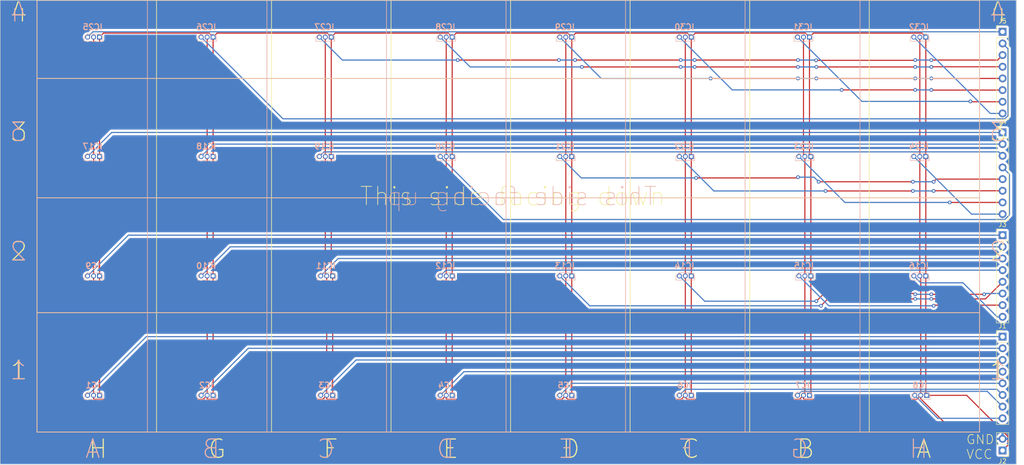
<source format=kicad_pcb>
(kicad_pcb (version 20221018) (generator pcbnew)
  (title_block (title "Chessboard half 1-4 linear hall adaper") (date "2023-09-18") (comment 1 "PCB for chessboard PCB for ranks 1 through 4"))
  (layers (0 "F.Cu" signal) (31 "B.Cu" signal) (34 "B.Paste" user) (35 "F.Paste" user) (36 "B.SilkS" user "B.Silkscreen") (37 "F.SilkS" user "F.Silkscreen") (38 "B.Mask" user) (39 "F.Mask" user) (44 "Edge.Cuts" user))
  (net 0 "")
  (net 1 "VCC")
  (net 2 "GND")
  (net 3 "Net-(IC1-O)")
  (net 4 "Net-(IC2-O)")
  (net 5 "Net-(IC3-O)")
  (net 6 "Net-(IC4-O)")
  (net 7 "Net-(IC5-O)")
  (net 8 "Net-(IC6-O)")
  (net 9 "Net-(IC7-O)")
  (net 10 "Net-(IC8-O)")
  (net 11 "Net-(IC9-O)")
  (net 12 "Net-(IC10-O)")
  (net 13 "Net-(IC11-O)")
  (net 14 "Net-(IC12-O)")
  (net 15 "Net-(IC13-O)")
  (net 16 "Net-(IC14-O)")
  (net 17 "Net-(IC15-O)")
  (net 18 "Net-(IC16-O)")
  (net 19 "Net-(IC17-O)")
  (net 20 "Net-(IC18-O)")
  (net 21 "Net-(IC19-O)")
  (net 22 "Net-(IC20-O)")
  (net 23 "Net-(IC21-O)")
  (net 24 "Net-(IC22-O)")
  (net 25 "Net-(IC23-O)")
  (net 26 "Net-(IC24-O)")
  (net 27 "Net-(IC25-O)")
  (net 28 "Net-(IC26-O)")
  (net 29 "Net-(IC27-O)")
  (net 30 "Net-(IC28-O)")
  (net 31 "Net-(IC29-O)")
  (net 32 "Net-(IC30-O)")
  (net 33 "Net-(IC31-O)")
  (net 34 "Net-(IC32-O)")
  (footprint "Connector_PinHeader_2.54mm:PinHeader_1x08_P2.54mm_Vertical" (layer "F.Cu") (at 238 48.76)
    (fp_text reference "J4")
    (fp_text value "Conn_01x08")
  )
  (footprint "Connector_PinHeader_2.54mm:PinHeader_1x08_P2.54mm_Vertical" (layer "F.Cu") (at 238 26.84)
    (fp_text reference "J5")
    (fp_text value "Conn_01x08")
  )
  (footprint "Connector_PinHeader_2.54mm:PinHeader_1x08_P2.54mm_Vertical" (layer "F.Cu") (at 238 71.125)
    (fp_text reference "J3")
    (fp_text value "Conn_01x08")
  )
  (footprint "Connector_PinHeader_2.54mm:PinHeader_1x08_P2.54mm_Vertical" (layer "F.Cu") (at 238 93.22)
    (fp_text reference "J1")
    (fp_text value "Conn_01x08")
  )
  (footprint "Connector_PinHeader_2.54mm:PinHeader_1x02_P2.54mm_Vertical" (layer "F.Cu") (at 238 118 180)
    (fp_text reference "J2")
    (fp_text value "Conn_01x02")
  )
  (footprint "SamacSys_Parts:TO130P160X410X300-3P" (layer "B.Cu") (at 66.3 54 180)
    (fp_text reference "IC18")
    (fp_text value "SS49E" hide)
  )
  (footprint "SamacSys_Parts:TO130P160X410X300-3P" (layer "B.Cu") (at 41.6 54 180)
    (fp_text reference "IC17")
    (fp_text value "SS49E" hide)
  )
  (footprint "SamacSys_Parts:TO130P160X410X300-3P" (layer "B.Cu") (at 66.3 80 180)
    (fp_text reference "IC10")
    (fp_text value "SS49E" hide)
  )
  (footprint "SamacSys_Parts:TO130P160X410X300-3P" (layer "B.Cu") (at 41.6 106 180)
    (fp_text reference "IC1")
    (fp_text value "SS49E" hide)
  )
  (footprint "SamacSys_Parts:TO130P160X410X300-3P" (layer "B.Cu") (at 221.5 106 180)
    (fp_text reference "IC8")
    (fp_text value "SS49E" hide)
  )
  (footprint "SamacSys_Parts:TO130P160X410X300-3P" (layer "B.Cu") (at 170.3 28 180)
    (fp_text reference "IC30")
    (fp_text value "SS49E" hide)
  )
  (footprint "SamacSys_Parts:TO130P160X410X300-3P" (layer "B.Cu") (at 170.3 54 180)
    (fp_text reference "IC22")
    (fp_text value "SS49E" hide)
  )
  (footprint "SamacSys_Parts:TO130P160X410X300-3P" (layer "B.Cu") (at 92.3 80 180)
    (fp_text reference "IC11")
    (fp_text value "SS49E" hide)
  )
  (footprint "SamacSys_Parts:TO130P160X410X300-3P" (layer "B.Cu") (at 170.3 80 180)
    (fp_text reference "IC14")
    (fp_text value "SS49E" hide)
  )
  (footprint "SamacSys_Parts:TO130P160X410X300-3P" (layer "B.Cu") (at 196.3 54 180)
    (fp_text reference "IC23")
    (fp_text value "SS49E" hide)
  )
  (footprint "SamacSys_Parts:TO130P160X410X300-3P" (layer "B.Cu") (at 118.3 80 180)
    (fp_text reference "IC12")
    (fp_text value "SS49E" hide)
  )
  (footprint "SamacSys_Parts:TO130P160X410X300-3P" (layer "B.Cu") (at 144.3 106 180)
    (fp_text reference "IC5")
    (fp_text value "SS49E" hide)
  )
  (footprint "SamacSys_Parts:TO130P160X410X300-3P" (layer "B.Cu") (at 66.3 28 180)
    (fp_text reference "IC26")
    (fp_text value "SS49E" hide)
  )
  (footprint "SamacSys_Parts:TO130P160X410X300-3P" (layer "B.Cu") (at 92 54 180)
    (fp_text reference "IC19")
    (fp_text value "SS49E" hide)
  )
  (footprint "SamacSys_Parts:TO130P160X410X300-3P" (layer "B.Cu") (at 144.3 80 180)
    (fp_text reference "IC13")
    (fp_text value "SS49E" hide)
  )
  (footprint "SamacSys_Parts:TO130P160X410X300-3P" (layer "B.Cu") (at 196 28 180)
    (fp_text reference "IC31")
    (fp_text value "SS49E" hide)
  )
  (footprint "SamacSys_Parts:TO130P160X410X300-3P" (layer "B.Cu") (at 118.3 54 180)
    (fp_text reference "IC20")
    (fp_text value "SS49E" hide)
  )
  (footprint "SamacSys_Parts:TO130P160X410X300-3P" (layer "B.Cu") (at 221.3 28 180)
    (fp_text reference "IC32")
    (fp_text value "SS49E" hide)
  )
  (footprint "SamacSys_Parts:TO130P160X410X300-3P" (layer "B.Cu") (at 118.3 28 180)
    (fp_text reference "IC28")
    (fp_text value "SS49E" hide)
  )
  (footprint "SamacSys_Parts:TO130P160X410X300-3P" (layer "B.Cu") (at 41.6 80 180)
    (fp_text reference "IC9")
    (fp_text value "SS49E" hide)
  )
  (footprint "SamacSys_Parts:TO130P160X410X300-3P" (layer "B.Cu") (at 92 28 180)
    (fp_text reference "IC27")
    (fp_text value "SS49E" hide)
  )
  (footprint "SamacSys_Parts:TO130P160X410X300-3P" (layer "B.Cu") (at 221.3 54 180)
    (fp_text reference "IC24")
    (fp_text value "SS49E" hide)
  )
  (footprint "SamacSys_Parts:TO130P160X410X300-3P" (layer "B.Cu") (at 221.3 80 180)
    (fp_text reference "IC16")
    (fp_text value "SS49E" hide)
  )
  (footprint "SamacSys_Parts:TO130P160X410X300-3P" (layer "B.Cu") (at 196 106 180)
    (fp_text reference "IC7")
    (fp_text value "SS49E" hide)
  )
  (footprint "SamacSys_Parts:TO130P160X410X300-3P" (layer "B.Cu") (at 144.3 28 180)
    (fp_text reference "IC29")
    (fp_text value "SS49E" hide)
  )
  (footprint "SamacSys_Parts:TO130P160X410X300-3P" (layer "B.Cu") (at 92.3 106 180)
    (fp_text reference "IC3")
    (fp_text value "SS49E" hide)
  )
  (footprint "SamacSys_Parts:TO130P160X410X300-3P" (layer "B.Cu") (at 144.3 54 180)
    (fp_text reference "IC21")
    (fp_text value "SS49E" hide)
  )
  (footprint "SamacSys_Parts:TO130P160X410X300-3P" (layer "B.Cu") (at 41.6 28 180)
    (fp_text reference "IC25")
    (fp_text value "SS49E" hide)
  )
  (footprint "SamacSys_Parts:TO130P160X410X300-3P" (layer "B.Cu") (at 170.3 106 180)
    (fp_text reference "IC6")
    (fp_text value "SS49E" hide)
  )
  (footprint "SamacSys_Parts:TO130P160X410X300-3P" (layer "B.Cu") (at 196.3 80 180)
    (fp_text reference "IC15")
    (fp_text value "SS49E" hide)
  )
  (footprint "SamacSys_Parts:TO130P160X410X300-3P" (layer "B.Cu") (at 118.3 106 180)
    (fp_text reference "IC4")
    (fp_text value "SS49E" hide)
  )
  (footprint "SamacSys_Parts:TO130P160X410X300-3P" (layer "B.Cu") (at 66.3 106 180)
    (fp_text reference "IC2")
    (fp_text value "SS49E" hide)
  )
  (gr_rect (start 28 114) (end 233 20) (stroke (width 0.15)) (fill none) (layer "B.SilkS"))
  (gr_line (start 182 114) (end 182 20) (stroke (width 0.15)) (layer "B.SilkS"))
  (gr_line (start 28 63) (end 233 63) (stroke (width 0.15)) (layer "B.SilkS"))
  (gr_line (start 104 114) (end 104 20) (stroke (width 0.15)) (layer "B.SilkS"))
  (gr_line (start 156 114) (end 156 20) (stroke (width 0.15)) (layer "B.SilkS"))
  (gr_line (start 52 114) (end 52 20) (stroke (width 0.15)) (layer "B.SilkS"))
  (gr_line (start 233 37) (end 28 37) (stroke (width 0.15)) (layer "B.SilkS"))
  (gr_line (start 130 114) (end 130 20) (stroke (width 0.15)) (layer "B.SilkS"))
  (gr_line (start 28 88) (end 233 88) (stroke (width 0.15)) (layer "B.SilkS"))
  (gr_line (start 78 114) (end 78 20) (stroke (width 0.15)) (layer "B.SilkS"))
  (gr_line (start 207 114) (end 207 20) (stroke (width 0.15)) (layer "B.SilkS"))
  (gr_line (start 28 88) (end 233 88) (stroke (width 0.15)) (layer "F.SilkS"))
  (gr_line (start 209 20) (end 209 114) (stroke (width 0.15)) (layer "F.SilkS"))
  (gr_line (start 28 63) (end 233 63) (stroke (width 0.15)) (layer "F.SilkS"))
  (gr_line (start 54 20) (end 54 114) (stroke (width 0.15)) (layer "F.SilkS"))
  (gr_line (start 79 20) (end 79 114) (stroke (width 0.15)) (layer "F.SilkS"))
  (gr_line (start 183 20) (end 183 114) (stroke (width 0.15)) (layer "F.SilkS"))
  (gr_line (start 131 20) (end 131 114) (stroke (width 0.15)) (layer "F.SilkS"))
  (gr_line (start 233 37) (end 28 37) (stroke (width 0.15)) (layer "F.SilkS"))
  (gr_line (start 105 20) (end 105 114) (stroke (width 0.15)) (layer "F.SilkS"))
  (gr_line (start 157 20) (end 157 114) (stroke (width 0.15)) (layer "F.SilkS"))
  (gr_rect (start 28 20) (end 233 114) (stroke (width 0.15)) (fill none) (layer "F.SilkS"))
  (gr_rect (start 20 121) (end 241 20) (stroke (width 0.1)) (fill none) (layer "Edge.Cuts"))
  (gr_text "G" (at 196 120) (layer "B.SilkS") (effects (font (size 4 4) (thickness 0.25)) (justify left bottom mirror)))
  (gr_text "This side facing up" (at 163 65) (layer "B.SilkS") (effects (font (size 4 4)) (justify left bottom mirror)))
  (gr_text "E" (at 145 120) (layer "B.SilkS") (effects (font (size 4 4) (thickness 0.25)) (justify left bottom mirror)))
  (gr_text "3" (at 239 51) (layer "B.SilkS") (effects (font (size 4 4) (thickness 0.25)) (justify left bottom mirror)))
  (gr_text "A" (at 42 120) (layer "B.SilkS") (effects (font (size 4 4) (thickness 0.25)) (justify left bottom mirror)))
  (gr_text "H" (at 222 120) (layer "B.SilkS") (effects (font (size 4 4) (thickness 0.25)) (justify left bottom mirror)))
  (gr_text "B" (at 68 120) (layer "B.SilkS") (effects (font (size 4 4) (thickness 0.25)) (justify left bottom mirror)))
  (gr_text "2" (at 239 77) (layer "B.SilkS") (effects (font (size 4 4) (thickness 0.25)) (justify left bottom mirror)))
  (gr_text "D" (at 119 120) (layer "B.SilkS") (effects (font (size 4 4) (thickness 0.25)) (justify left bottom mirror)))
  (gr_text "F" (at 171 120) (layer "B.SilkS") (effects (font (size 4 4) (thickness 0.25)) (justify left bottom mirror)))
  (gr_text "C" (at 93 120) (layer "B.SilkS") (effects (font (size 4 4) (thickness 0.25)) (justify left bottom mirror)))
  (gr_text "2" (at 26 77) (layer "B.SilkS") (effects (font (size 4 4) (thickness 0.25)) (justify left bottom mirror)))
  (gr_text "1" (at 239 102.87) (layer "B.SilkS") (effects (font (size 4 4) (thickness 0.25)) (justify left bottom mirror)))
  (gr_text "1" (at 26 102.87) (layer "B.SilkS") (effects (font (size 4 4) (thickness 0.25)) (justify left bottom mirror)))
  (gr_text "3" (at 26 51) (layer "B.SilkS") (effects (font (size 4 4) (thickness 0.25)) (justify left bottom mirror)))
  (gr_text "4" (at 26 25) (layer "B.SilkS") (effects (font (size 4 4) (thickness 0.25)) (justify left bottom mirror)))
  (gr_text "4" (at 239 25) (layer "B.SilkS") (effects (font (size 4 4) (thickness 0.25)) (justify left bottom mirror)))
  (gr_text "GND\nVCC" (at 230 120) (layer "F.SilkS") (effects (font (size 2 2)) (justify left bottom)))
  (gr_text "H" (at 39 120) (layer "F.SilkS") (effects (font (size 4 4) (thickness 0.25)) (justify left bottom)))
  (gr_text "3" (at 235 51) (layer "F.SilkS") (effects (font (size 4 4) (thickness 0.25)) (justify left bottom)))
  (gr_text "D" (at 142 120) (layer "F.SilkS") (effects (font (size 4 4) (thickness 0.25)) (justify left bottom)))
  (gr_text "1" (at 235 102.87) (layer "F.SilkS") (effects (font (size 4 4) (thickness 0.25)) (justify left bottom)))
  (gr_text "4" (at 235 25) (layer "F.SilkS") (effects (font (size 4 4) (thickness 0.25)) (justify left bottom)))
  (gr_text "2" (at 22 77) (layer "F.SilkS") (effects (font (size 4 4) (thickness 0.25)) (justify left bottom)))
  (gr_text "2" (at 235 77) (layer "F.SilkS") (effects (font (size 4 4) (thickness 0.25)) (justify left bottom)))
  (gr_text "4" (at 22 25) (layer "F.SilkS") (effects (font (size 4 4) (thickness 0.25)) (justify left bottom)))
  (gr_text "F" (at 90 120) (layer "F.SilkS") (effects (font (size 4 4) (thickness 0.25)) (justify left bottom)))
  (gr_text "3" (at 22 51) (layer "F.SilkS") (effects (font (size 4 4) (thickness 0.25)) (justify left bottom)))
  (gr_text "1" (at 22 102.87) (layer "F.SilkS") (effects (font (size 4 4) (thickness 0.25)) (justify left bottom)))
  (gr_text "This side facing down" (at 98 65) (layer "F.SilkS") (effects (font (size 4 4)) (justify left bottom)))
  (gr_text "G" (at 65 120) (layer "F.SilkS") (effects (font (size 4 4) (thickness 0.25)) (justify left bottom)))
  (gr_text "B" (at 193 120) (layer "F.SilkS") (effects (font (size 4 4) (thickness 0.25)) (justify left bottom)))
  (gr_text "E" (at 116 120) (layer "F.SilkS") (effects (font (size 4 4) (thickness 0.25)) (justify left bottom)))
  (gr_text "C" (at 168 120) (layer "F.SilkS") (effects (font (size 4 4) (thickness 0.25)) (justify left bottom)))
  (gr_text "A" (at 219 120) (layer "F.SilkS") (effects (font (size 4 4) (thickness 0.25)) (justify left bottom)))
  (segment (start 67.165 27.135) (end 66.3 28) (width 0.25) (layer "F.Cu") (net 1))
  (segment (start 92 54) (end 92 79.7) (width 0.25) (layer "F.Cu") (net 1))
  (segment (start 42.465 27.135) (end 41.6 28) (width 0.25) (layer "F.Cu") (net 1))
  (segment (start 118.3 28) (end 117.435 27.135) (width 0.25) (layer "F.Cu") (net 1))
  (segment (start 170.3 28) (end 169.435 27.135) (width 0.25) (layer "F.Cu") (net 1))
  (segment (start 230.201701 106) (end 239.175 114.973299) (width 0.25) (layer "F.Cu") (net 1))
  (segment (start 144.3 106) (end 144.3 80) (width 0.25) (layer "F.Cu") (net 1))
  (segment (start 143.435 27.135) (end 119.165 27.135) (width 0.25) (layer "F.Cu") (net 1))
  (segment (start 66.3 80) (end 66.3 106) (width 0.25) (layer "F.Cu") (net 1))
  (segment (start 118.3 80) (end 118.3 106) (width 0.25) (layer "F.Cu") (net 1))
  (segment (start 92 28) (end 91.135 27.135) (width 0.25) (layer "F.Cu") (net 1))
  (segment (start 220.435 27.135) (end 196.865 27.135) (width 0.25) (layer "F.Cu") (net 1))
  (segment (start 196 28) (end 195.135 27.135) (width 0.25) (layer "F.Cu") (net 1))
  (segment (start 221.3 80) (end 221.3 105.8) (width 0.25) (layer "F.Cu") (net 1))
  (segment (start 41.6 54) (end 41.6 28) (width 0.25) (layer "F.Cu") (net 1))
  (segment (start 41.6 106) (end 41.6 80) (width 0.25) (layer "F.Cu") (net 1))
  (segment (start 66.3 28) (end 66.3 54) (width 0.25) (layer "F.Cu") (net 1))
  (segment (start 196 53.7) (end 196.3 54) (width 0.25) (layer "F.Cu") (net 1))
  (segment (start 119.165 27.135) (end 118.3 28) (width 0.25) (layer "F.Cu") (net 1))
  (segment (start 92 28) (end 92 54) (width 0.25) (layer "F.Cu") (net 1))
  (segment (start 171.165 27.135) (end 170.3 28) (width 0.25) (layer "F.Cu") (net 1))
  (segment (start 170.3 28) (end 170.3 54) (width 0.25) (layer "F.Cu") (net 1))
  (segment (start 221.3 28) (end 220.435 27.135) (width 0.25) (layer "F.Cu") (net 1))
  (segment (start 196.3 80) (end 196.3 105.7) (width 0.25) (layer "F.Cu") (net 1))
  (segment (start 239.175 114.973299) (end 239.175 116.825) (width 0.25) (layer "F.Cu") (net 1))
  (segment (start 170.3 54) (end 170.3 80) (width 0.25) (layer "F.Cu") (net 1))
  (segment (start 195.135 27.135) (end 171.165 27.135) (width 0.25) (layer "F.Cu") (net 1))
  (segment (start 196.3 80) (end 196.3 54) (width 0.25) (layer "F.Cu") (net 1))
  (segment (start 221.3 105.7) (end 221.6 106) (width 0.25) (layer "F.Cu") (net 1))
  (segment (start 118.3 54) (end 118.3 80) (width 0.25) (layer "F.Cu") (net 1))
  (segment (start 144.3 28) (end 143.435 27.135) (width 0.25) (layer "F.Cu") (net 1))
  (segment (start 196.3 105.7) (end 196 106) (width 0.25) (layer "F.Cu") (net 1))
  (segment (start 239.175 116.825) (end 238 118) (width 0.25) (layer "F.Cu") (net 1))
  (segment (start 118.3 54) (end 118.3 28) (width 0.25) (layer "F.Cu") (net 1))
  (segment (start 145.165 27.135) (end 144.3 28) (width 0.25) (layer "F.Cu") (net 1))
  (segment (start 92.3 106) (end 92.3 80) (width 0.25) (layer "F.Cu") (net 1))
  (segment (start 91.135 27.135) (end 67.165 27.135) (width 0.25) (layer "F.Cu") (net 1))
  (segment (start 117.435 27.135) (end 92.865 27.135) (width 0.25) (layer "F.Cu") (net 1))
  (segment (start 144.3 28) (end 144.3 54) (width 0.25) (layer "F.Cu") (net 1))
  (segment (start 144.3 80) (end 144.3 54) (width 0.25) (layer "F.Cu") (net 1))
  (segment (start 221.3 28) (end 221.3 54) (width 0.25) (layer "F.Cu") (net 1))
  (segment (start 196.865 27.135) (end 196 28) (width 0.25) (layer "F.Cu") (net 1))
  (segment (start 41.6 80) (end 41.6 54) (width 0.25) (layer "F.Cu") (net 1))
  (segment (start 169.435 27.135) (end 145.165 27.135) (width 0.25) (layer "F.Cu") (net 1))
  (segment (start 170.3 80) (end 170.3 106) (width 0.25) (layer "F.Cu") (net 1))
  (segment (start 196 28) (end 196 53.7) (width 0.25) (layer "F.Cu") (net 1))
  (segment (start 221.3 105.8) (end 221.5 106) (width 0.25) (layer "F.Cu") (net 1))
  (segment (start 92 79.7) (end 92.3 80) (width 0.25) (layer "F.Cu") (net 1))
  (segment (start 221.3 54) (end 221.3 80) (width 0.25) (layer "F.Cu") (net 1))
  (segment (start 66.3 54) (end 66.3 80) (width 0.25) (layer "F.Cu") (net 1))
  (segment (start 221.5 106) (end 230.201701 106) (width 0.25) (layer "F.Cu") (net 1))
  (segment (start 66.3 28) (end 65.435 27.135) (width 0.25) (layer "F.Cu") (net 1))
  (segment (start 65.435 27.135) (end 42.465 27.135) (width 0.25) (layer "F.Cu") (net 1))
  (segment (start 92.865 27.135) (end 92 28) (width 0.25) (layer "F.Cu") (net 1))
  (segment (start 194.7 106.763675) (end 194.7 106) (width 0.25) (layer "F.Cu") (net 2))
  (segment (start 65 106) (end 65 80) (width 0.25) (layer "F.Cu") (net 2))
  (segment (start 40.3 54) (end 40.3 80) (width 0.25) (layer "F.Cu") (net 2))
  (segment (start 169 106) (end 168.135 106.865) (width 0.25) (layer "F.Cu") (net 2))
  (segment (start 40.3 28) (end 40.3 54) (width 0.25) (layer "F.Cu") (net 2))
  (segment (start 220.2 80.2) (end 220 80) (width 0.25) (layer "F.Cu") (net 2))
  (segment (start 220.2 106) (end 220.2 106.763675) (width 0.25) (layer "F.Cu") (net 2))
  (segment (start 65 80) (end 65 54) (width 0.25) (layer "F.Cu") (net 2))
  (segment (start 65.071705 106.865) (end 65 106.793295) (width 0.25) (layer "F.Cu") (net 2))
  (segment (start 194.7 28) (end 194.7 53.7) (width 0.25) (layer "F.Cu") (net 2))
  (segment (start 195 105.7) (end 194.7 106) (width 0.25) (layer "F.Cu") (net 2))
  (segment (start 195 54) (end 195 80) (width 0.25) (layer "F.Cu") (net 2))
  (segment (start 193.835 106.865) (end 169.43 106.865) (width 0.25) (layer "F.Cu") (net 2))
  (segment (start 117 54) (end 117 28) (width 0.25) (layer "F.Cu") (net 2))
  (segment (start 90.7 54) (end 90.7 79.7) (width 0.25) (layer "F.Cu") (net 2))
  (segment (start 220.2 106.763675) (end 228.896325 115.46) (width 0.25) (layer "F.Cu") (net 2))
  (segment (start 91.101325 106.865) (end 91 106.763675) (width 0.25) (layer "F.Cu") (net 2))
  (segment (start 220.2 106) (end 219.335 106.865) (width 0.25) (layer "F.Cu") (net 2))
  (segment (start 220 54) (end 220 80) (width 0.25) (layer "F.Cu") (net 2))
  (segment (start 64.135 106.865) (end 40.401325 106.865) (width 0.25) (layer "F.Cu") (net 2))
  (segment (start 142.135 106.865) (end 117.101325 106.865) (width 0.25) (layer "F.Cu") (net 2))
  (segment (start 65 54) (end 65 28) (width 0.25) (layer "F.Cu") (net 2))
  (segment (start 90.7 28) (end 90.7 54) (width 0.25) (layer "F.Cu") (net 2))
  (segment (start 143 106) (end 142.135 106.865) (width 0.25) (layer "F.Cu") (net 2))
  (segment (start 143.435 106.865) (end 143 106.43) (width 0.25) (layer "F.Cu") (net 2))
  (segment (start 65 106) (end 64.135 106.865) (width 0.25) (layer "F.Cu") (net 2))
  (segment (start 194.7 53.7) (end 195 54) (width 0.25) (layer "F.Cu") (net 2))
  (segment (start 91 106) (end 90.135 106.865) (width 0.25) (layer "F.Cu") (net 2))
  (segment (start 169 106.435) (end 169 106) (width 0.25) (layer "F.Cu") (net 2))
  (segment (start 228.896325 115.46) (end 238 115.46) (width 0.25) (layer "F.Cu") (net 2))
  (segment (start 117.101325 106.865) (end 117 106.763675) (width 0.25) (layer "F.Cu") (net 2))
  (segment (start 65 106.793295) (end 65 106) (width 0.25) (layer "F.Cu") (net 2))
  (segment (start 168.135 106.865) (end 143.435 106.865) (width 0.25) (layer "F.Cu") (net 2))
  (segment (start 169.43 106.865) (end 169 106.435) (width 0.25) (layer "F.Cu") (net 2))
  (segment (start 143 80) (end 143 106) (width 0.25) (layer "F.Cu") (net 2))
  (segment (start 40.401325 106.865) (end 40.3 106.763675) (width 0.25) (layer "F.Cu") (net 2))
  (segment (start 117 106) (end 117 80) (width 0.25) (layer "F.Cu") (net 2))
  (segment (start 90.135 106.865) (end 65.071705 106.865) (width 0.25) (layer "F.Cu") (net 2))
  (segment (start 220 54) (end 220 28) (width 0.25) (layer "F.Cu") (net 2))
  (segment (start 194.801325 106.865) (end 194.7 106.763675) (width 0.25) (layer "F.Cu") (net 2))
  (segment (start 169 54) (end 169 28) (width 0.25) (layer "F.Cu") (net 2))
  (segment (start 194.7 106) (end 193.835 106.865) (width 0.25) (layer "F.Cu") (net 2))
  (segment (start 116.135 106.865) (end 91.101325 106.865) (width 0.25) (layer "F.Cu") (net 2))
  (segment (start 91 106.763675) (end 91 106) (width 0.25) (layer "F.Cu") (net 2))
  (segment (start 169 80) (end 169 54) (width 0.25) (layer "F.Cu") (net 2))
  (segment (start 219.335 106.865) (end 194.801325 106.865) (width 0.25) (layer "F.Cu") (net 2))
  (segment (start 117 54) (end 117 80) (width 0.25) (layer "F.Cu") (net 2))
  (segment (start 91 80) (end 91 106) (width 0.25) (layer "F.Cu") (net 2))
  (segment (start 40.3 106.763675) (end 40.3 106) (width 0.25) (layer "F.Cu") (net 2))
  (segment (start 90.7 79.7) (end 91 80) (width 0.25) (layer "F.Cu") (net 2))
  (segment (start 40.3 80) (end 40.3 106) (width 0.25) (layer "F.Cu") (net 2))
  (segment (start 169 106) (end 169 80) (width 0.25) (layer "F.Cu") (net 2))
  (segment (start 117 106) (end 116.135 106.865) (width 0.25) (layer "F.Cu") (net 2))
  (segment (start 220.2 106) (end 220.2 80.2) (width 0.25) (layer "F.Cu") (net 2))
  (segment (start 143 106.43) (end 143 106) (width 0.25) (layer "F.Cu") (net 2))
  (segment (start 143 54) (end 143 80) (width 0.25) (layer "F.Cu") (net 2))
  (segment (start 143 28) (end 143 54) (width 0.25) (layer "F.Cu") (net 2))
  (segment (start 117 106.763675) (end 117 106) (width 0.25) (layer "F.Cu") (net 2))
  (segment (start 195 80) (end 195 105.7) (width 0.25) (layer "F.Cu") (net 2))
  (segment (start 238 93.22) (end 51.78 93.22) (width 0.25) (layer "B.Cu") (net 3))
  (segment (start 51.78 93.22) (end 39 106) (width 0.25) (layer "B.Cu") (net 3))
  (segment (start 73.94 95.76) (end 63.7 106) (width 0.25) (layer "B.Cu") (net 4))
  (segment (start 238 95.76) (end 73.94 95.76) (width 0.25) (layer "B.Cu") (net 4))
  (segment (start 97.4 98.3) (end 89.7 106) (width 0.25) (layer "B.Cu") (net 5))
  (segment (start 238 98.3) (end 97.4 98.3) (width 0.25) (layer "B.Cu") (net 5))
  (segment (start 238 100.84) (end 120.86 100.84) (width 0.25) (layer "B.Cu") (net 6))
  (segment (start 120.86 100.84) (end 115.7 106) (width 0.25) (layer "B.Cu") (net 6))
  (segment (start 144.32 103.38) (end 141.7 106) (width 0.25) (layer "B.Cu") (net 7))
  (segment (start 238 103.38) (end 144.32 103.38) (width 0.25) (layer "B.Cu") (net 7))
  (segment (start 236.765 104.685) (end 238 105.92) (width 0.25) (layer "B.Cu") (net 8))
  (segment (start 167.7 106) (end 169.015 104.685) (width 0.25) (layer "B.Cu") (net 8))
  (segment (start 169.015 104.685) (end 236.765 104.685) (width 0.25) (layer "B.Cu") (net 8))
  (segment (start 193.4 106) (end 194.265 105.135) (width 0.25) (layer "B.Cu") (net 9))
  (segment (start 194.265 105.135) (end 234.675 105.135) (width 0.25) (layer "B.Cu") (net 9))
  (segment (start 234.675 105.135) (end 238 108.46) (width 0.25) (layer "B.Cu") (net 9))
  (segment (start 218.9 106) (end 223.9 111) (width 0.25) (layer "B.Cu") (net 10))
  (segment (start 223.9 111) (end 238 111) (width 0.25) (layer "B.Cu") (net 10))
  (segment (start 238 71.125) (end 47.875 71.125) (width 0.25) (layer "B.Cu") (net 11))
  (segment (start 47.875 71.125) (end 39 80) (width 0.25) (layer "B.Cu") (net 11))
  (segment (start 70.035 73.665) (end 238 73.665) (width 0.25) (layer "B.Cu") (net 12))
  (segment (start 63.7 80) (end 70.035 73.665) (width 0.25) (layer "B.Cu") (net 12))
  (segment (start 93.495 76.205) (end 238 76.205) (width 0.25) (layer "B.Cu") (net 13))
  (segment (start 89.7 80) (end 93.495 76.205) (width 0.25) (layer "B.Cu") (net 13))
  (segment (start 115.7 80) (end 116.955 78.745) (width 0.25) (layer "B.Cu") (net 14))
  (segment (start 116.955 78.745) (end 238 78.745) (width 0.25) (layer "B.Cu") (net 14))
  (segment (start 200 85) (end 219 85) (width 0.25) (layer "F.Cu") (net 15))
  (segment (start 198.5 86.5) (end 200 85) (width 0.25) (layer "F.Cu") (net 15))
  (segment (start 222.5 85) (end 234.285 85) (width 0.25) (layer "F.Cu") (net 15))
  (segment (start 234.285 85) (end 238 81.285) (width 0.25) (layer "F.Cu") (net 15))
  (via (at 219 85) (size 0.8) (drill 0.4) (layers "F.Cu" "B.Cu") (net 15))
  (via (at 198.5 86.5) (size 0.8) (drill 0.4) (layers "F.Cu" "B.Cu") (net 15))
  (via (at 222.5 85) (size 0.8) (drill 0.4) (layers "F.Cu" "B.Cu") (net 15))
  (segment (start 141.7 80) (end 148.2 86.5) (width 0.25) (layer "B.Cu") (net 15))
  (segment (start 219 85) (end 222.5 85) (width 0.25) (layer "B.Cu") (net 15))
  (segment (start 148.2 86.5) (end 198.5 86.5) (width 0.25) (layer "B.Cu") (net 15))
  (segment (start 218.825 83.825) (end 219 84) (width 0.25) (layer "F.Cu") (net 16))
  (segment (start 199.175 83.825) (end 218.825 83.825) (width 0.25) (layer "F.Cu") (net 16))
  (segment (start 197.5 85.5) (end 199.175 83.825) (width 0.25) (layer "F.Cu") (net 16))
  (segment (start 222.5 84) (end 234 84) (width 0.25) (layer "F.Cu") (net 16))
  (via (at 222.5 84) (size 0.8) (drill 0.4) (layers "F.Cu" "B.Cu") (net 16))
  (via (at 234 84) (size 0.8) (drill 0.4) (layers "F.Cu" "B.Cu") (net 16))
  (via (at 197.5 85.5) (size 0.8) (drill 0.4) (layers "F.Cu" "B.Cu") (net 16))
  (via (at 219 84) (size 0.8) (drill 0.4) (layers "F.Cu" "B.Cu") (net 16))
  (segment (start 173.2 85.5) (end 197.5 85.5) (width 0.25) (layer "B.Cu") (net 16))
  (segment (start 234 84) (end 234.175 83.825) (width 0.25) (layer "B.Cu") (net 16))
  (segment (start 219 84) (end 222.5 84) (width 0.25) (layer "B.Cu") (net 16))
  (segment (start 167.7 80) (end 173.2 85.5) (width 0.25) (layer "B.Cu") (net 16))
  (segment (start 234.175 83.825) (end 238 83.825) (width 0.25) (layer "B.Cu") (net 16))
  (segment (start 223 86.5) (end 223.135 86.365) (width 0.25) (layer "F.Cu") (net 17))
  (segment (start 223.135 86.365) (end 238 86.365) (width 0.25) (layer "F.Cu") (net 17))
  (via (at 223 86.5) (size 0.8) (drill 0.4) (layers "F.Cu" "B.Cu") (net 17))
  (segment (start 200.2 86.5) (end 223 86.5) (width 0.25) (layer "B.Cu") (net 17))
  (segment (start 193.7 80) (end 200.2 86.5) (width 0.25) (layer "B.Cu") (net 17))
  (segment (start 229.392919 81.5) (end 236.797919 88.905) (width 0.25) (layer "B.Cu") (net 18))
  (segment (start 236.797919 88.905) (end 238 88.905) (width 0.25) (layer "B.Cu") (net 18))
  (segment (start 218.7 80) (end 220.2 81.5) (width 0.25) (layer "B.Cu") (net 18))
  (segment (start 220.2 81.5) (end 229.392919 81.5) (width 0.25) (layer "B.Cu") (net 18))
  (segment (start 39 54) (end 44.24 48.76) (width 0.25) (layer "B.Cu") (net 19))
  (segment (start 44.24 48.76) (end 238 48.76) (width 0.25) (layer "B.Cu") (net 19))
  (segment (start 63.7 54) (end 66.4 51.3) (width 0.25) (layer "B.Cu") (net 20))
  (segment (start 66.4 51.3) (end 238 51.3) (width 0.25) (layer "B.Cu") (net 20))
  (segment (start 90.41 52.99) (end 89.4 54) (width 0.25) (layer "B.Cu") (net 21))
  (segment (start 238 53.84) (end 237.15 52.99) (width 0.25) (layer "B.Cu") (net 21))
  (segment (start 237.15 52.99) (end 90.41 52.99) (width 0.25) (layer "B.Cu") (net 21))
  (segment (start 115.7 54) (end 129.415 67.715) (width 0.25) (layer "B.Cu") (net 22))
  (segment (start 239.5 66.701701) (end 239.5 57.88) (width 0.25) (layer "B.Cu") (net 22))
  (segment (start 239.5 57.88) (end 238 56.38) (width 0.25) (layer "B.Cu") (net 22))
  (segment (start 238.486701 67.715) (end 239.5 66.701701) (width 0.25) (layer "B.Cu") (net 22))
  (segment (start 129.415 67.715) (end 238.486701 67.715) (width 0.25) (layer "B.Cu") (net 22))
  (segment (start 171.337701 58.662299) (end 193.337701 58.662299) (width 0.25) (layer "F.Cu") (net 23))
  (segment (start 223.58 58.92) (end 238 58.92) (width 0.25) (layer "F.Cu") (net 23))
  (segment (start 193.337701 58.662299) (end 193.5 58.5) (width 0.25) (layer "F.Cu") (net 23))
  (segment (start 223 59.5) (end 223.58 58.92) (width 0.25) (layer "F.Cu") (net 23))
  (segment (start 198 59.5) (end 218.5 59.5) (width 0.25) (layer "F.Cu") (net 23))
  (via (at 223 59.5) (size 0.8) (drill 0.4) (layers "F.Cu" "B.Cu") (net 23))
  (via (at 198 59.5) (size 0.8) (drill 0.4) (layers "F.Cu" "B.Cu") (net 23))
  (via (at 193.5 58.5) (size 0.8) (drill 0.4) (layers "F.Cu" "B.Cu") (net 23))
  (via (at 171.337701 58.662299) (size 0.8) (drill 0.4) (layers "F.Cu" "B.Cu") (net 23))
  (via (at 218.5 59.5) (size 0.8) (drill 0.4) (layers "F.Cu" "B.Cu") (net 23))
  (segment (start 146.362299 58.662299) (end 171.337701 58.662299) (width 0.25) (layer "B.Cu") (net 23))
  (segment (start 193.5 58.5) (end 197 58.5) (width 0.25) (layer "B.Cu") (net 23))
  (segment (start 197 58.5) (end 198 59.5) (width 0.25) (layer "B.Cu") (net 23))
  (segment (start 218.5 59.5) (end 223 59.5) (width 0.25) (layer "B.Cu") (net 23))
  (segment (start 141.7 54) (end 146.362299 58.662299) (width 0.25) (layer "B.Cu") (net 23))
  (segment (start 223.04 61.46) (end 238 61.46) (width 0.25) (layer "F.Cu") (net 24))
  (segment (start 199.5 61.5) (end 218.5 61.5) (width 0.25) (layer "F.Cu") (net 24))
  (segment (start 223 61.5) (end 223.04 61.46) (width 0.25) (layer "F.Cu") (net 24))
  (via (at 199.5 61.5) (size 0.8) (drill 0.4) (layers "F.Cu" "B.Cu") (net 24))
  (via (at 223 61.5) (size 0.8) (drill 0.4) (layers "F.Cu" "B.Cu") (net 24))
  (via (at 218.5 61.5) (size 0.8) (drill 0.4) (layers "F.Cu" "B.Cu") (net 24))
  (segment (start 167.7 54) (end 175.2 61.5) (width 0.25) (layer "B.Cu") (net 24))
  (segment (start 175.2 61.5) (end 199.5 61.5) (width 0.25) (layer "B.Cu") (net 24))
  (segment (start 218.5 61.5) (end 223 61.5) (width 0.25) (layer "B.Cu") (net 24))
  (segment (start 226.5 64) (end 238 64) (width 0.25) (layer "F.Cu") (net 25))
  (via (at 226.5 64) (size 0.8) (drill 0.4) (layers "F.Cu" "B.Cu") (net 25))
  (segment (start 193.7 54) (end 203.7 64) (width 0.25) (layer "B.Cu") (net 25))
  (segment (start 203.7 64) (end 226.5 64) (width 0.25) (layer "B.Cu") (net 25))
  (segment (start 218.7 54) (end 231.24 66.54) (width 0.25) (layer "B.Cu") (net 26))
  (segment (start 231.24 66.54) (end 238 66.54) (width 0.25) (layer "B.Cu") (net 26))
  (segment (start 40.16 26.84) (end 238 26.84) (width 0.25) (layer "B.Cu") (net 27))
  (segment (start 39 28) (end 40.16 26.84) (width 0.25) (layer "B.Cu") (net 27))
  (segment (start 81.495 45.795) (end 63.7 28) (width 0.25) (layer "B.Cu") (net 28))
  (segment (start 239.175 30.555) (end 239.175 45.106701) (width 0.25) (layer "B.Cu") (net 28))
  (segment (start 239.175 45.106701) (end 238.486701 45.795) (width 0.25) (layer "B.Cu") (net 28))
  (segment (start 238.486701 45.795) (end 81.495 45.795) (width 0.25) (layer "B.Cu") (net 28))
  (segment (start 238 29.38) (end 239.175 30.555) (width 0.25) (layer "B.Cu") (net 28))
  (segment (start 119.5 33) (end 141.5 33) (width 0.25) (layer "F.Cu") (net 29))
  (segment (start 145.0245 33) (end 168 33) (width 0.25) (layer "F.Cu") (net 29))
  (segment (start 171.0245 33) (end 193.5 33) (width 0.25) (layer "F.Cu") (net 29))
  (segment (start 236.92 33) (end 238 31.92) (width 0.25) (layer "F.Cu") (net 29))
  (segment (start 197.437701 33.062299) (end 218.937701 33.062299) (width 0.25) (layer "F.Cu") (net 29))
  (segment (start 222.5 33) (end 236.92 33) (width 0.25) (layer "F.Cu") (net 29))
  (segment (start 218.937701 33.062299) (end 219 33) (width 0.25) (layer "F.Cu") (net 29))
  (via (at 219 33) (size 0.8) (drill 0.4) (layers "F.Cu" "B.Cu") (net 29))
  (via (at 171.0245 33) (size 0.8) (drill 0.4) (layers "F.Cu" "B.Cu") (net 29))
  (via (at 197.437701 33.062299) (size 0.8) (drill 0.4) (layers "F.Cu" "B.Cu") (net 29))
  (via (at 145.0245 33) (size 0.8) (drill 0.4) (layers "F.Cu" "B.Cu") (net 29))
  (via (at 141.5 33) (size 0.8) (drill 0.4) (layers "F.Cu" "B.Cu") (net 29))
  (via (at 168 33) (size 0.8) (drill 0.4) (layers "F.Cu" "B.Cu") (net 29))
  (via (at 222.5 33) (size 0.8) (drill 0.4) (layers "F.Cu" "B.Cu") (net 29))
  (via (at 193.5 33) (size 0.8) (drill 0.4) (layers "F.Cu" "B.Cu") (net 29))
  (via (at 119.5 33) (size 0.8) (drill 0.4) (layers "F.Cu" "B.Cu") (net 29))
  (segment (start 141.5 33) (end 145.0245 33) (width 0.25) (layer "B.Cu") (net 29))
  (segment (start 219 33) (end 222.5 33) (width 0.25) (layer "B.Cu") (net 29))
  (segment (start 193.5 33) (end 197.375402 33) (width 0.25) (layer "B.Cu") (net 29))
  (segment (start 197.375402 33) (end 197.437701 33.062299) (width 0.25) (layer "B.Cu") (net 29))
  (segment (start 168 33) (end 171.0245 33) (width 0.25) (layer "B.Cu") (net 29))
  (segment (start 89.4 28) (end 94.4 33) (width 0.25) (layer "B.Cu") (net 29))
  (segment (start 94.4 33) (end 119.5 33) (width 0.25) (layer "B.Cu") (net 29))
  (segment (start 222.54 34.46) (end 238 34.46) (width 0.25) (layer "F.Cu") (net 30))
  (segment (start 222.5 34.5) (end 222.54 34.46) (width 0.25) (layer "F.Cu") (net 30))
  (segment (start 197.5 34.5) (end 219 34.5) (width 0.25) (layer "F.Cu") (net 30))
  (segment (start 146.5 34.5) (end 168 34.5) (width 0.25) (layer "F.Cu") (net 30))
  (segment (start 171.0245 34.5) (end 193.5 34.5) (width 0.25) (layer "F.Cu") (net 30))
  (via (at 222.5 34.5) (size 0.8) (drill 0.4) (layers "F.Cu" "B.Cu") (net 30))
  (via (at 193.5 34.5) (size 0.8) (drill 0.4) (layers "F.Cu" "B.Cu") (net 30))
  (via (at 171.0245 34.5) (size 0.8) (drill 0.4) (layers "F.Cu" "B.Cu") (net 30))
  (via (at 168 34.5) (size 0.8) (drill 0.4) (layers "F.Cu" "B.Cu") (net 30))
  (via (at 219 34.5) (size 0.8) (drill 0.4) (layers "F.Cu" "B.Cu") (net 30))
  (via (at 146.5 34.5) (size 0.8) (drill 0.4) (layers "F.Cu" "B.Cu") (net 30))
  (via (at 197.5 34.5) (size 0.8) (drill 0.4) (layers "F.Cu" "B.Cu") (net 30))
  (segment (start 168 34.5) (end 171.0245 34.5) (width 0.25) (layer "B.Cu") (net 30))
  (segment (start 219 34.5) (end 222.5 34.5) (width 0.25) (layer "B.Cu") (net 30))
  (segment (start 115.7 28) (end 122.2 34.5) (width 0.25) (layer "B.Cu") (net 30))
  (segment (start 193.5 34.5) (end 197.5 34.5) (width 0.25) (layer "B.Cu") (net 30))
  (segment (start 122.2 34.5) (end 146.5 34.5) (width 0.25) (layer "B.Cu") (net 30))
  (segment (start 174.5 37) (end 193.5 37) (width 0.25) (layer "F.Cu") (net 31))
  (segment (start 222.5 37) (end 238 37) (width 0.25) (layer "F.Cu") (net 31))
  (segment (start 197.5 37) (end 219 37) (width 0.25) (layer "F.Cu") (net 31))
  (via (at 174.5 37) (size 0.8) (drill 0.4) (layers "F.Cu" "B.Cu") (net 31))
  (via (at 197.5 37) (size 0.8) (drill 0.4) (layers "F.Cu" "B.Cu") (net 31))
  (via (at 193.5 37) (size 0.8) (drill 0.4) (layers "F.Cu" "B.Cu") (net 31))
  (via (at 219 37) (size 0.8) (drill 0.4) (layers "F.Cu" "B.Cu") (net 31))
  (via (at 222.5 37) (size 0.8) (drill 0.4) (layers "F.Cu" "B.Cu") (net 31))
  (segment (start 150.7 37) (end 174.5 37) (width 0.25) (layer "B.Cu") (net 31))
  (segment (start 193.5 37) (end 197.5 37) (width 0.25) (layer "B.Cu") (net 31))
  (segment (start 219 37) (end 222.5 37) (width 0.25) (layer "B.Cu") (net 31))
  (segment (start 141.7 28) (end 150.7 37) (width 0.25) (layer "B.Cu") (net 31))
  (segment (start 222.5 39.5) (end 222.54 39.54) (width 0.25) (layer "F.Cu") (net 32))
  (segment (start 203 39.5) (end 219 39.5) (width 0.25) (layer "F.Cu") (net 32))
  (segment (start 222.54 39.54) (end 238 39.54) (width 0.25) (layer "F.Cu") (net 32))
  (via (at 222.5 39.5) (size 0.8) (drill 0.4) (layers "F.Cu" "B.Cu") (net 32))
  (via (at 203 39.5) (size 0.8) (drill 0.4) (layers "F.Cu" "B.Cu") (net 32))
  (via (at 219 39.5) (size 0.8) (drill 0.4) (layers "F.Cu" "B.Cu") (net 32))
  (segment (start 219 39.5) (end 222.5 39.5) (width 0.25) (layer "B.Cu") (net 32))
  (segment (start 167.7 28) (end 179.2 39.5) (width 0.25) (layer "B.Cu") (net 32))
  (segment (start 179.2 39.5) (end 203 39.5) (width 0.25) (layer "B.Cu") (net 32))
  (segment (start 231 42) (end 231.08 42.08) (width 0.25) (layer "F.Cu") (net 33))
  (segment (start 231.08 42.08) (end 238 42.08) (width 0.25) (layer "F.Cu") (net 33))
  (via (at 231 42) (size 0.8) (drill 0.4) (layers "F.Cu" "B.Cu") (net 33))
  (segment (start 193.4 28) (end 207.4 42) (width 0.25) (layer "B.Cu") (net 33))
  (segment (start 207.4 42) (end 231 42) (width 0.25) (layer "B.Cu") (net 33))
  (segment (start 235.32 44.62) (end 238 44.62) (width 0.25) (layer "B.Cu") (net 34))
  (segment (start 218.7 28) (end 235.32 44.62) (width 0.25) (layer "B.Cu") (net 34))
  (zone (net 2) (net_name "GND") (layer "B.Cu") (connect_pads (clearance 0.5)) (min_thickness 0.25) (fill yes (thermal_gap 0.5) (thermal_bridge_width 0.5))
    (polygon (pts (xy 20 20) (xy 20 121) (xy 241 121) (xy 241 20)))
  )
)
</source>
